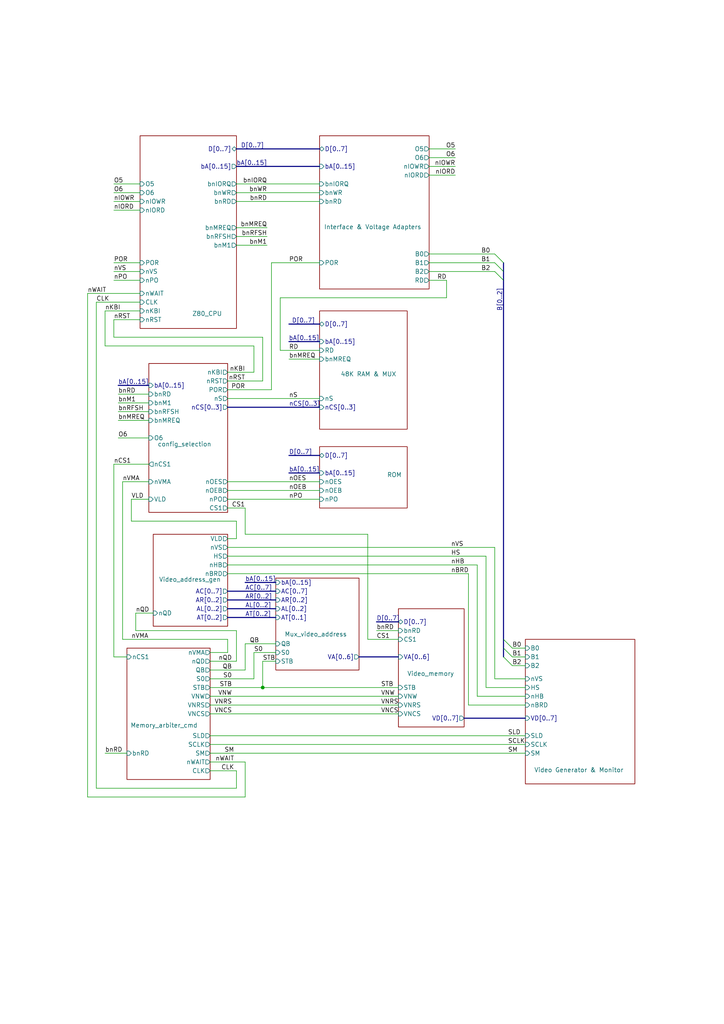
<source format=kicad_sch>
(kicad_sch (version 20230121) (generator eeschema)
  (paper "A4" portrait)
  (lib_symbols)
  (junction (at 76.2 199.39))
  (bus_entry (at 143.51 78.74) (size 2.54 2.54))
  (bus_entry (at 143.51 76.2) (size 2.54 2.54))
  (bus_entry (at 146.05 190.5) (size 2.54 2.54))
  (bus_entry (at 143.51 73.66) (size 2.54 2.54))
  (bus_entry (at 146.05 187.96) (size 2.54 2.54))
  (bus_entry (at 146.05 185.42) (size 2.54 2.54))
  (bus (pts (xy 66.04 176.53) (xy 80.01 176.53)))
  (wire (pts (xy 33.02 60.96) (xy 40.64 60.96)))
  (wire (pts (xy 60.96 223.52) (xy 68.58 223.52)))
  (bus (pts (xy 146.05 187.96) (xy 146.05 190.5)))
  (wire (pts (xy 60.96 199.39) (xy 76.2 199.39)))
  (wire (pts (xy 60.96 189.23) (xy 66.04 189.23)))
  (wire (pts (xy 40.64 87.63) (xy 27.94 87.63)))
  (wire (pts (xy 66.04 161.29) (xy 140.97 161.29)))
  (wire (pts (xy 66.04 142.24) (xy 92.71 142.24)))
  (wire (pts (xy 60.96 196.85) (xy 73.66 196.85)))
  (wire (pts (xy 33.02 76.2) (xy 40.64 76.2)))
  (wire (pts (xy 106.68 185.42) (xy 115.57 185.42)))
  (wire (pts (xy 68.58 156.21) (xy 68.58 151.13)))
  (wire (pts (xy 124.46 45.72) (xy 132.08 45.72)))
  (bus (pts (xy 66.04 118.11) (xy 92.71 118.11)))
  (wire (pts (xy 66.04 147.32) (xy 71.12 147.32)))
  (wire (pts (xy 135.89 204.47) (xy 135.89 166.37)))
  (wire (pts (xy 60.96 220.98) (xy 71.12 220.98)))
  (wire (pts (xy 124.46 73.66) (xy 143.51 73.66)))
  (wire (pts (xy 60.96 218.44) (xy 152.4 218.44)))
  (wire (pts (xy 43.18 114.3) (xy 34.29 114.3)))
  (wire (pts (xy 68.58 151.13) (xy 38.1 151.13)))
  (wire (pts (xy 34.29 119.38) (xy 43.18 119.38)))
  (wire (pts (xy 81.28 101.6) (xy 81.28 86.36)))
  (bus (pts (xy 66.04 171.45) (xy 80.01 171.45)))
  (bus (pts (xy 68.58 43.18) (xy 92.71 43.18)))
  (wire (pts (xy 68.58 71.12) (xy 77.47 71.12)))
  (wire (pts (xy 143.51 196.85) (xy 152.4 196.85)))
  (wire (pts (xy 124.46 43.18) (xy 132.08 43.18)))
  (wire (pts (xy 68.58 53.34) (xy 92.71 53.34)))
  (bus (pts (xy 66.04 173.99) (xy 80.01 173.99)))
  (wire (pts (xy 66.04 158.75) (xy 143.51 158.75)))
  (wire (pts (xy 25.4 85.09) (xy 25.4 231.14)))
  (wire (pts (xy 66.04 163.83) (xy 138.43 163.83)))
  (wire (pts (xy 92.71 104.14) (xy 83.82 104.14)))
  (wire (pts (xy 68.58 55.88) (xy 92.71 55.88)))
  (wire (pts (xy 33.02 134.62) (xy 33.02 190.5)))
  (wire (pts (xy 40.64 90.17) (xy 30.48 90.17)))
  (bus (pts (xy 83.82 132.08) (xy 92.71 132.08)))
  (wire (pts (xy 76.2 191.77) (xy 76.2 199.39)))
  (wire (pts (xy 60.96 194.31) (xy 71.12 194.31)))
  (bus (pts (xy 146.05 185.42) (xy 146.05 187.96)))
  (wire (pts (xy 129.54 86.36) (xy 129.54 81.28)))
  (wire (pts (xy 34.29 121.92) (xy 43.18 121.92)))
  (bus (pts (xy 71.12 168.91) (xy 80.01 168.91)))
  (wire (pts (xy 68.58 58.42) (xy 92.71 58.42)))
  (wire (pts (xy 143.51 158.75) (xy 143.51 196.85)))
  (wire (pts (xy 124.46 81.28) (xy 129.54 81.28)))
  (wire (pts (xy 66.04 144.78) (xy 92.71 144.78)))
  (wire (pts (xy 38.1 144.78) (xy 43.18 144.78)))
  (wire (pts (xy 60.96 215.9) (xy 152.4 215.9)))
  (wire (pts (xy 68.58 223.52) (xy 68.58 228.6)))
  (wire (pts (xy 76.2 110.49) (xy 76.2 97.79)))
  (wire (pts (xy 66.04 189.23) (xy 66.04 185.42)))
  (wire (pts (xy 43.18 127) (xy 34.29 127)))
  (bus (pts (xy 146.05 78.74) (xy 146.05 81.28)))
  (wire (pts (xy 38.1 151.13) (xy 38.1 144.78)))
  (bus (pts (xy 92.71 137.16) (xy 83.82 137.16)))
  (wire (pts (xy 140.97 199.39) (xy 140.97 161.29)))
  (wire (pts (xy 35.56 139.7) (xy 43.18 139.7)))
  (bus (pts (xy 104.14 190.5) (xy 115.57 190.5)))
  (wire (pts (xy 30.48 100.33) (xy 73.66 100.33)))
  (wire (pts (xy 35.56 185.42) (xy 66.04 185.42)))
  (wire (pts (xy 27.94 87.63) (xy 27.94 228.6)))
  (bus (pts (xy 134.62 208.28) (xy 152.4 208.28)))
  (wire (pts (xy 152.4 193.04) (xy 148.59 193.04)))
  (wire (pts (xy 80.01 191.77) (xy 76.2 191.77)))
  (wire (pts (xy 33.02 92.71) (xy 40.64 92.71)))
  (wire (pts (xy 40.64 85.09) (xy 25.4 85.09)))
  (bus (pts (xy 146.05 76.2) (xy 146.05 78.74)))
  (wire (pts (xy 33.02 97.79) (xy 76.2 97.79)))
  (wire (pts (xy 66.04 166.37) (xy 135.89 166.37)))
  (wire (pts (xy 71.12 186.69) (xy 71.12 194.31)))
  (wire (pts (xy 30.48 90.17) (xy 30.48 100.33)))
  (wire (pts (xy 60.96 207.01) (xy 115.57 207.01)))
  (wire (pts (xy 39.37 182.88) (xy 39.37 177.8)))
  (wire (pts (xy 124.46 76.2) (xy 143.51 76.2)))
  (bus (pts (xy 109.22 180.34) (xy 115.57 180.34)))
  (wire (pts (xy 66.04 113.03) (xy 78.74 113.03)))
  (wire (pts (xy 60.96 204.47) (xy 115.57 204.47)))
  (wire (pts (xy 71.12 147.32) (xy 71.12 154.94)))
  (wire (pts (xy 106.68 154.94) (xy 106.68 185.42)))
  (wire (pts (xy 66.04 115.57) (xy 92.71 115.57)))
  (wire (pts (xy 34.29 116.84) (xy 43.18 116.84)))
  (bus (pts (xy 68.58 48.26) (xy 92.71 48.26)))
  (wire (pts (xy 138.43 163.83) (xy 138.43 201.93)))
  (wire (pts (xy 71.12 154.94) (xy 106.68 154.94)))
  (wire (pts (xy 40.64 55.88) (xy 33.02 55.88)))
  (wire (pts (xy 68.58 191.77) (xy 68.58 182.88)))
  (wire (pts (xy 60.96 201.93) (xy 115.57 201.93)))
  (wire (pts (xy 33.02 97.79) (xy 33.02 92.71)))
  (wire (pts (xy 60.96 191.77) (xy 68.58 191.77)))
  (wire (pts (xy 66.04 107.95) (xy 73.66 107.95)))
  (wire (pts (xy 39.37 177.8) (xy 44.45 177.8)))
  (wire (pts (xy 71.12 231.14) (xy 71.12 220.98)))
  (wire (pts (xy 33.02 53.34) (xy 40.64 53.34)))
  (wire (pts (xy 66.04 156.21) (xy 68.58 156.21)))
  (wire (pts (xy 73.66 189.23) (xy 73.66 196.85)))
  (wire (pts (xy 81.28 101.6) (xy 92.71 101.6)))
  (wire (pts (xy 40.64 78.74) (xy 33.02 78.74)))
  (wire (pts (xy 40.64 81.28) (xy 33.02 81.28)))
  (wire (pts (xy 60.96 213.36) (xy 152.4 213.36)))
  (bus (pts (xy 83.82 99.06) (xy 92.71 99.06)))
  (wire (pts (xy 68.58 182.88) (xy 39.37 182.88)))
  (wire (pts (xy 43.18 134.62) (xy 33.02 134.62)))
  (wire (pts (xy 81.28 86.36) (xy 129.54 86.36)))
  (wire (pts (xy 152.4 204.47) (xy 135.89 204.47)))
  (wire (pts (xy 138.43 201.93) (xy 152.4 201.93)))
  (bus (pts (xy 43.18 111.76) (xy 34.29 111.76)))
  (wire (pts (xy 68.58 66.04) (xy 77.47 66.04)))
  (wire (pts (xy 78.74 76.2) (xy 92.71 76.2)))
  (wire (pts (xy 78.74 113.03) (xy 78.74 76.2)))
  (wire (pts (xy 152.4 199.39) (xy 140.97 199.39)))
  (bus (pts (xy 146.05 81.28) (xy 146.05 185.42)))
  (wire (pts (xy 73.66 100.33) (xy 73.66 107.95)))
  (wire (pts (xy 124.46 48.26) (xy 132.08 48.26)))
  (bus (pts (xy 92.71 93.98) (xy 83.82 93.98)))
  (wire (pts (xy 132.08 50.8) (xy 124.46 50.8)))
  (wire (pts (xy 68.58 68.58) (xy 77.47 68.58)))
  (wire (pts (xy 152.4 190.5) (xy 148.59 190.5)))
  (wire (pts (xy 30.48 218.44) (xy 36.83 218.44)))
  (wire (pts (xy 25.4 231.14) (xy 71.12 231.14)))
  (wire (pts (xy 66.04 139.7) (xy 92.71 139.7)))
  (wire (pts (xy 33.02 58.42) (xy 40.64 58.42)))
  (wire (pts (xy 71.12 186.69) (xy 80.01 186.69)))
  (bus (pts (xy 66.04 179.07) (xy 80.01 179.07)))
  (wire (pts (xy 66.04 110.49) (xy 76.2 110.49)))
  (wire (pts (xy 35.56 185.42) (xy 35.56 139.7)))
  (wire (pts (xy 76.2 199.39) (xy 115.57 199.39)))
  (wire (pts (xy 152.4 187.96) (xy 148.59 187.96)))
  (wire (pts (xy 33.02 190.5) (xy 36.83 190.5)))
  (wire (pts (xy 68.58 228.6) (xy 27.94 228.6)))
  (wire (pts (xy 80.01 189.23) (xy 73.66 189.23)))
  (wire (pts (xy 115.57 182.88) (xy 109.22 182.88)))
  (wire (pts (xy 124.46 78.74) (xy 143.51 78.74)))
  (label "STB" (at 67.31 199.39 180))
  (label "bnMREQ" (at 34.29 121.92 0))
  (label "CS1" (at 71.12 147.32 180))
  (label "nVS" (at 33.02 78.74 0))
  (label "bnMREQ" (at 77.47 66.04 180))
  (label "STB" (at 76.2 191.77 0))
  (label "nIORD" (at 132.08 50.8 180))
  (label "VNCS" (at 110.49 207.01 0))
  (label "AC[0..7]" (at 71.12 171.45 0))
  (label "O6" (at 132.08 45.72 180))
  (label "bnRD" (at 34.29 114.3 0))
  (label "bA[0..15]" (at 83.82 137.16 0))
  (label "SM" (at 147.32 218.44 0))
  (label "nKBI" (at 71.12 107.95 180))
  (label "O5" (at 132.08 43.18 180))
  (label "B1" (at 148.59 190.5 0))
  (label "HS" (at 130.81 161.29 0))
  (label "STB" (at 110.49 199.39 0))
  (label "nS" (at 83.82 115.57 0))
  (label "bnM1" (at 77.47 71.12 180))
  (label "bnRD" (at 30.48 218.44 0))
  (label "POR" (at 71.12 113.03 180))
  (label "nIOWR" (at 33.02 58.42 0))
  (label "nPO" (at 33.02 81.28 0))
  (label "nQD" (at 39.37 177.8 0))
  (label "B0" (at 148.59 187.96 0))
  (label "O5" (at 33.02 53.34 0))
  (label "VNCS" (at 67.31 207.01 180))
  (label "bA[0..15]" (at 71.12 168.91 0))
  (label "SLD" (at 147.32 213.36 0))
  (label "nOES" (at 83.82 139.7 0))
  (label "QB" (at 67.31 194.31 180))
  (label "nIOWR" (at 132.08 48.26 180))
  (label "bnRFSH" (at 34.29 119.38 0))
  (label "SCLK" (at 147.32 215.9 0))
  (label "bA[0..15]" (at 34.29 111.76 0))
  (label "nRST" (at 71.12 110.49 180))
  (label "VLD" (at 38.1 144.78 0))
  (label "O6" (at 33.02 55.88 0))
  (label "VNRS" (at 110.49 204.47 0))
  (label "RD" (at 83.82 101.6 0))
  (label "VNW" (at 67.31 201.93 180))
  (label "nRST" (at 33.02 92.71 0))
  (label "nCS1" (at 33.02 134.62 0))
  (label "D[0..7]" (at 83.82 132.08 0))
  (label "nBRD" (at 130.81 166.37 0))
  (label "bnMREQ" (at 83.82 104.14 0))
  (label "nIORD" (at 33.02 60.96 0))
  (label "AR[0..2]" (at 71.12 173.99 0))
  (label "SM" (at 67.945 218.44 180))
  (label "S0" (at 73.66 189.23 0))
  (label "POR" (at 83.82 76.2 0))
  (label "B1" (at 142.24 76.2 180))
  (label "S0" (at 67.31 196.85 180))
  (label "bnRD" (at 77.47 58.42 180))
  (label "D[0..7]" (at 109.22 180.34 0))
  (label "O6" (at 34.29 127 0))
  (label "QB" (at 72.39 186.69 0))
  (label "B[0..2]" (at 146.05 90.17 90))
  (label "bA[0..15]" (at 68.58 48.26 0))
  (label "nHB" (at 130.81 163.83 0))
  (label "RD" (at 129.54 81.28 180))
  (label "AT[0..2]" (at 71.12 179.07 0))
  (label "bnWR" (at 77.47 55.88 180))
  (label "nKBI" (at 30.48 90.17 0))
  (label "nVS" (at 130.81 158.75 0))
  (label "CS1" (at 109.22 185.42 0))
  (label "B2" (at 148.59 193.04 0))
  (label "nVMA" (at 35.56 139.7 0))
  (label "bA[0..15]" (at 92.71 99.06 180))
  (label "AL[0..2]" (at 71.12 176.53 0))
  (label "nVMA" (at 38.1 185.42 0))
  (label "bnM1" (at 34.29 116.84 0))
  (label "POR" (at 33.02 76.2 0))
  (label "nWAIT" (at 25.4 85.09 0))
  (label "bnRD" (at 109.22 182.88 0))
  (label "CLK" (at 27.94 87.63 0))
  (label "VNW" (at 110.49 201.93 0))
  (label "nCS[0..3]" (at 83.82 118.11 0))
  (label "nOEB" (at 83.82 142.24 0))
  (label "bnIORQ" (at 77.47 53.34 180))
  (label "bnRFSH" (at 77.47 68.58 180))
  (label "VNRS" (at 67.31 204.47 180))
  (label "D[0..7]" (at 91.44 93.98 180))
  (label "D[0..7]" (at 69.85 43.18 0))
  (label "nQD" (at 67.31 191.77 180))
  (label "B0" (at 142.24 73.66 180))
  (label "CLK" (at 67.945 223.52 180))
  (label "nPO" (at 83.82 144.78 0))
  (label "B2" (at 142.24 78.74 180))
  (label "nWAIT" (at 67.945 220.98 180))
  (sheet (at 40.64 39.37) (size 27.94 55.88)
    (property "Sheetname" "Z80_CPU" (at 55.753 91.694 0) (effects (justify left bottom)))
    (property "Sheetfile" "Z80_CPU.kicad_sch" (effects hide))
    (pin "CLK" input (at 40.64 87.63 180))
    (pin "D[0..7]" bidirectional (at 68.58 43.18 0))
    (pin "bA[0..15]" output (at 68.58 48.26 0))
    (pin "nRST" input (at 40.64 92.71 180))
    (pin "bnIORQ" output (at 68.58 53.34 0))
    (pin "bnMREQ" output (at 68.58 66.04 0))
    (pin "bnWR" output (at 68.58 55.88 0))
    (pin "bnRD" output (at 68.58 58.42 0))
    (pin "nWAIT" input (at 40.64 85.09 180))
    (pin "bnRFSH" output (at 68.58 68.58 0))
    (pin "bnM1" output (at 68.58 71.12 0))
    (pin "O6" input (at 40.64 55.88 180))
    (pin "POR" input (at 40.64 76.2 180))
    (pin "nKBI" input (at 40.64 90.17 180))
    (pin "nIOWR" input (at 40.64 58.42 180))
    (pin "nVS" input (at 40.64 78.74 180))
    (pin "nIORD" input (at 40.64 60.96 180))
    (pin "nPO" input (at 40.64 81.28 180))
    (pin "O5" input (at 40.64 53.34 180))
  )
  (sheet (at 92.71 39.37) (size 31.75 44.45)
    (property "Sheetname" "Interface & Voltage Adapters" (at 93.98 66.548 0) (effects (justify left bottom)))
    (property "Sheetfile" "Interface.kicad_sch" (effects hide))
    (pin "D[0..7]" bidirectional (at 92.71 43.18 180))
    (pin "bA[0..15]" input (at 92.71 48.26 180))
    (pin "RD" output (at 124.46 81.28 0))
    (pin "O6" output (at 124.46 45.72 0))
    (pin "POR" input (at 92.71 76.2 180))
    (pin "bnRD" input (at 92.71 58.42 180))
    (pin "nIORD" output (at 124.46 50.8 0))
    (pin "nIOWR" output (at 124.46 48.26 0))
    (pin "B0" output (at 124.46 73.66 0))
    (pin "B1" output (at 124.46 76.2 0))
    (pin "B2" output (at 124.46 78.74 0))
    (pin "O5" output (at 124.46 43.18 0))
    (pin "bnIORQ" input (at 92.71 53.34 180))
    (pin "bnWR" input (at 92.71 55.88 180))
  )
  (sheet (at 43.18 105.41) (size 22.86 43.18)
    (property "Sheetname" "config_selection" (at 45.72 129.54 0) (effects (justify left bottom)))
    (property "Sheetfile" "config_selection.kicad_sch" (effects hide))
    (pin "nPO" output (at 66.04 144.78 0))
    (pin "bA[0..15]" input (at 43.18 111.76 180))
    (pin "bnM1" input (at 43.18 116.84 180))
    (pin "bnRFSH" input (at 43.18 119.38 180))
    (pin "bnMREQ" input (at 43.18 121.92 180))
    (pin "nCS[0..3]" output (at 66.04 118.11 0))
    (pin "CS1" output (at 66.04 147.32 0))
    (pin "nOEB" output (at 66.04 142.24 0))
    (pin "nOES" output (at 66.04 139.7 0))
    (pin "nKBI" output (at 66.04 107.95 0))
    (pin "nRST" output (at 66.04 110.49 0))
    (pin "POR" output (at 66.04 113.03 0))
    (pin "nVMA" input (at 43.18 139.7 180))
    (pin "nS" output (at 66.04 115.57 0))
    (pin "O6" input (at 43.18 127 180))
    (pin "bnRD" input (at 43.18 114.3 180))
    (pin "VLD" input (at 43.18 144.78 180))
    (pin "nCS1" output (at 43.18 134.62 180))
  )
  (sheet (at 92.71 129.54) (size 25.4 17.78)
    (property "Sheetname" "ROM" (at 112.268 138.43 0) (effects (justify left bottom)))
    (property "Sheetfile" "ROM.kicad_sch" (effects hide))
    (pin "nPO" input (at 92.71 144.78 180))
    (pin "D[0..7]" bidirectional (at 92.71 132.08 180))
    (pin "bA[0..15]" input (at 92.71 137.16 180))
    (pin "nOES" input (at 92.71 139.7 180))
    (pin "nOEB" input (at 92.71 142.24 180))
  )
  (sheet (at 92.71 90.17) (size 25.4 34.29)
    (property "Sheetname" "48K RAM & MUX" (at 98.806 109.22 0) (effects (justify left bottom)))
    (property "Sheetfile" "RAM_48.kicad_sch" (effects hide))
    (pin "bA[0..15]" input (at 92.71 99.06 180))
    (pin "RD" input (at 92.71 101.6 180))
    (pin "D[0..7]" bidirectional (at 92.71 93.98 180))
    (pin "nS" input (at 92.71 115.57 180))
    (pin "bnMREQ" input (at 92.71 104.14 180))
    (pin "nCS[0..3]" input (at 92.71 118.11 180))
  )
  (sheet (at 36.83 187.96) (size 24.13 38.1)
    (property "Sheetname" "Memory_arbiter_cmd" (at 37.846 211.074 0) (effects (justify left bottom)))
    (property "Sheetfile" "Memory_arbiter_cmd.kicad_sch" (effects hide))
    (pin "CLK" output (at 60.96 223.52 0))
    (pin "nQD" output (at 60.96 191.77 0))
    (pin "VNCS" output (at 60.96 207.01 0))
    (pin "VNRS" output (at 60.96 204.47 0))
    (pin "SCLK" output (at 60.96 215.9 0))
    (pin "SLD" output (at 60.96 213.36 0))
    (pin "SM" output (at 60.96 218.44 0))
    (pin "QB" output (at 60.96 194.31 0))
    (pin "bnRD" input (at 36.83 218.44 180))
    (pin "nCS1" input (at 36.83 190.5 180))
    (pin "STB" output (at 60.96 199.39 0))
    (pin "nVMA" output (at 60.96 189.23 0))
    (pin "VNW" output (at 60.96 201.93 0))
    (pin "S0" output (at 60.96 196.85 0))
    (pin "nWAIT" output (at 60.96 220.98 0))
  )
  (sheet (at 44.45 154.94) (size 21.59 26.67)
    (property "Sheetname" "Video_address_gen" (at 46.101 168.783 0) (effects (justify left bottom)))
    (property "Sheetfile" "Video_address_gen.kicad_sch" (effects hide))
    (pin "AC[0..7]" output (at 66.04 171.45 0))
    (pin "AL[0..2]" output (at 66.04 176.53 0))
    (pin "AR[0..2]" output (at 66.04 173.99 0))
    (pin "AT[0..2]" output (at 66.04 179.07 0))
    (pin "nQD" input (at 44.45 177.8 180))
    (pin "nVS" output (at 66.04 158.75 0))
    (pin "nHB" output (at 66.04 163.83 0))
    (pin "HS" output (at 66.04 161.29 0))
    (pin "VLD" output (at 66.04 156.21 0))
    (pin "nBRD" output (at 66.04 166.37 0))
  )
  (sheet (at 80.01 167.64) (size 24.13 26.67)
    (property "Sheetname" "Mux_video_address" (at 82.55 184.658 0) (effects (justify left bottom)))
    (property "Sheetfile" "Mux_video_address.kicad_sch" (effects hide))
    (pin "VA[0..6]" output (at 104.14 190.5 0))
    (pin "bA[0..15]" input (at 80.01 168.91 180))
    (pin "AC[0..7]" input (at 80.01 171.45 180))
    (pin "AR[0..2]" input (at 80.01 173.99 180))
    (pin "AL[0..2]" input (at 80.01 176.53 180))
    (pin "AT[0..1]" input (at 80.01 179.07 180))
    (pin "QB" input (at 80.01 186.69 180))
    (pin "STB" input (at 80.01 191.77 180))
    (pin "S0" input (at 80.01 189.23 180))
  )
  (sheet (at 115.57 176.53) (size 19.05 34.29)
    (property "Sheetname" "Video_memory" (at 118.11 196.088 0) (effects (justify left bottom)))
    (property "Sheetfile" "Video_memory.kicad_sch" (effects hide))
    (pin "VA[0..6]" input (at 115.57 190.5 180))
    (pin "D[0..7]" bidirectional (at 115.57 180.34 180))
    (pin "VNW" input (at 115.57 201.93 180))
    (pin "VNRS" input (at 115.57 204.47 180))
    (pin "VNCS" input (at 115.57 207.01 180))
    (pin "VD[0..7]" output (at 134.62 208.28 0))
    (pin "CS1" input (at 115.57 185.42 180))
    (pin "bnRD" input (at 115.57 182.88 180))
    (pin "STB" input (at 115.57 199.39 180))
  )
  (sheet (at 152.4 185.42) (size 31.75 41.91)
    (property "Sheetname" "Video Generator & Monitor" (at 154.94 224.028 0) (effects (justify left bottom)))
    (property "Sheetfile" "video_generator.kicad_sch" (effects hide))
    (pin "nVS" input (at 152.4 196.85 180))
    (pin "VD[0..7]" input (at 152.4 208.28 180))
    (pin "SCLK" input (at 152.4 215.9 180))
    (pin "SLD" input (at 152.4 213.36 180))
    (pin "SM" input (at 152.4 218.44 180))
    (pin "nHB" input (at 152.4 201.93 180))
    (pin "B0" input (at 152.4 187.96 180))
    (pin "B1" input (at 152.4 190.5 180))
    (pin "B2" input (at 152.4 193.04 180))
    (pin "HS" input (at 152.4 199.39 180))
    (pin "nBRD" input (at 152.4 204.47 180))
  )
)
</source>
